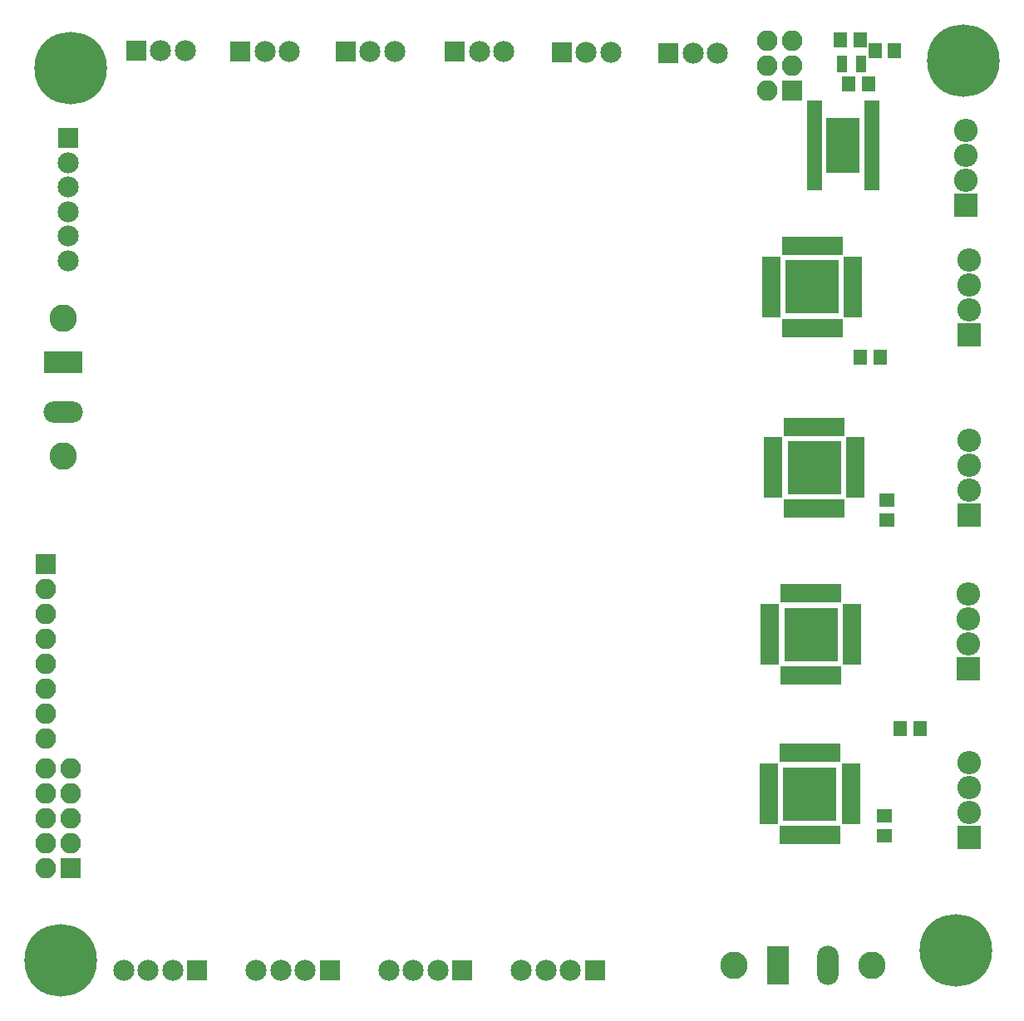
<source format=gbr>
%TF.GenerationSoftware,KiCad,Pcbnew,(5.0.0)*%
%TF.CreationDate,2018-08-10T17:36:29+10:00*%
%TF.ProjectId,MotorDriver,4D6F746F724472697665722E6B696361,rev?*%
%TF.SameCoordinates,Original*%
%TF.FileFunction,Soldermask,Bot*%
%TF.FilePolarity,Negative*%
%FSLAX46Y46*%
G04 Gerber Fmt 4.6, Leading zero omitted, Abs format (unit mm)*
G04 Created by KiCad (PCBNEW (5.0.0)) date 08/10/18 17:36:29*
%MOMM*%
%LPD*%
G01*
G04 APERTURE LIST*
%ADD10R,2.150000X2.150000*%
%ADD11C,2.150000*%
%ADD12R,1.600000X0.800000*%
%ADD13R,3.500000X5.580000*%
%ADD14R,5.400000X5.400000*%
%ADD15R,0.650000X1.850000*%
%ADD16R,1.850000X0.650000*%
%ADD17O,2.398980X2.398980*%
%ADD18R,2.398980X2.398980*%
%ADD19R,1.650000X1.400000*%
%ADD20R,4.000000X2.200000*%
%ADD21O,4.000000X2.200000*%
%ADD22C,2.800000*%
%ADD23R,1.400000X1.650000*%
%ADD24O,2.100000X2.100000*%
%ADD25R,2.100000X2.100000*%
%ADD26O,2.200000X4.000000*%
%ADD27R,2.200000X4.000000*%
%ADD28R,1.100000X1.700000*%
%ADD29C,7.400000*%
G04 APERTURE END LIST*
D10*
X172466000Y-32860000D03*
D11*
X174966000Y-32860000D03*
X177466000Y-32860000D03*
X188370000Y-32950000D03*
X185870000Y-32950000D03*
D10*
X183370000Y-32950000D03*
D12*
X214940000Y-38185000D03*
X214940000Y-38835000D03*
X214940000Y-39485000D03*
X214940000Y-40135000D03*
X214940000Y-40785000D03*
X214940000Y-41435000D03*
X214940000Y-42085000D03*
X214940000Y-42735000D03*
X214940000Y-43385000D03*
X214940000Y-44035000D03*
X214940000Y-44685000D03*
X214940000Y-45335000D03*
X214940000Y-45985000D03*
X214940000Y-46635000D03*
X209140000Y-46635000D03*
X209140000Y-45985000D03*
X209140000Y-45335000D03*
X209140000Y-44685000D03*
X209140000Y-44035000D03*
X209140000Y-43385000D03*
X209140000Y-42735000D03*
X209140000Y-42085000D03*
X209140000Y-41435000D03*
X209140000Y-40785000D03*
X209140000Y-40135000D03*
X209140000Y-39485000D03*
X209140000Y-38835000D03*
X209140000Y-38185000D03*
D13*
X212040000Y-42410000D03*
D14*
X208635600Y-108508800D03*
D15*
X205885600Y-112683800D03*
X206385600Y-112683800D03*
X206885600Y-112683800D03*
X207385600Y-112683800D03*
X207885600Y-112683800D03*
X208385600Y-112683800D03*
X208885600Y-112683800D03*
X209385600Y-112683800D03*
X209885600Y-112683800D03*
X210385600Y-112683800D03*
X210885600Y-112683800D03*
X211385600Y-112683800D03*
D16*
X212810600Y-111258800D03*
X212810600Y-110758800D03*
X212810600Y-110258800D03*
X212810600Y-109758800D03*
X212810600Y-109258800D03*
X212810600Y-108758800D03*
X212810600Y-108258800D03*
X212810600Y-107758800D03*
X212810600Y-107258800D03*
X212810600Y-106758800D03*
X212810600Y-106258800D03*
X212810600Y-105758800D03*
D15*
X211385600Y-104333800D03*
X210885600Y-104333800D03*
X210385600Y-104333800D03*
X209885600Y-104333800D03*
X209385600Y-104333800D03*
X208885600Y-104333800D03*
X208385600Y-104333800D03*
X207885600Y-104333800D03*
X207385600Y-104333800D03*
X206885600Y-104333800D03*
X206385600Y-104333800D03*
X205885600Y-104333800D03*
D16*
X204460600Y-105758800D03*
X204460600Y-106258800D03*
X204460600Y-106758800D03*
X204460600Y-107258800D03*
X204460600Y-107758800D03*
X204460600Y-108258800D03*
X204460600Y-108758800D03*
X204460600Y-109258800D03*
X204460600Y-109758800D03*
X204460600Y-110258800D03*
X204460600Y-110758800D03*
X204460600Y-111258800D03*
D17*
X224891600Y-107899200D03*
X224891600Y-110439200D03*
D18*
X224891600Y-112979200D03*
D17*
X224891600Y-105359200D03*
D19*
X216250000Y-110750000D03*
X216250000Y-112750000D03*
D20*
X132588000Y-64516000D03*
D21*
X132588000Y-69596000D03*
D22*
X132588000Y-60016000D03*
X132588000Y-74096000D03*
D14*
X208750000Y-92250000D03*
D15*
X206000000Y-96425000D03*
X206500000Y-96425000D03*
X207000000Y-96425000D03*
X207500000Y-96425000D03*
X208000000Y-96425000D03*
X208500000Y-96425000D03*
X209000000Y-96425000D03*
X209500000Y-96425000D03*
X210000000Y-96425000D03*
X210500000Y-96425000D03*
X211000000Y-96425000D03*
X211500000Y-96425000D03*
D16*
X212925000Y-95000000D03*
X212925000Y-94500000D03*
X212925000Y-94000000D03*
X212925000Y-93500000D03*
X212925000Y-93000000D03*
X212925000Y-92500000D03*
X212925000Y-92000000D03*
X212925000Y-91500000D03*
X212925000Y-91000000D03*
X212925000Y-90500000D03*
X212925000Y-90000000D03*
X212925000Y-89500000D03*
D15*
X211500000Y-88075000D03*
X211000000Y-88075000D03*
X210500000Y-88075000D03*
X210000000Y-88075000D03*
X209500000Y-88075000D03*
X209000000Y-88075000D03*
X208500000Y-88075000D03*
X208000000Y-88075000D03*
X207500000Y-88075000D03*
X207000000Y-88075000D03*
X206500000Y-88075000D03*
X206000000Y-88075000D03*
D16*
X204575000Y-89500000D03*
X204575000Y-90000000D03*
X204575000Y-90500000D03*
X204575000Y-91000000D03*
X204575000Y-91500000D03*
X204575000Y-92000000D03*
X204575000Y-92500000D03*
X204575000Y-93000000D03*
X204575000Y-93500000D03*
X204575000Y-94000000D03*
X204575000Y-94500000D03*
X204575000Y-95000000D03*
D17*
X224750000Y-88130000D03*
D18*
X224750000Y-95750000D03*
D17*
X224750000Y-93210000D03*
X224750000Y-90670000D03*
D23*
X219884500Y-101854000D03*
X217884500Y-101854000D03*
D19*
X216471500Y-78565500D03*
X216471500Y-80565500D03*
D23*
X214590000Y-36180000D03*
X212590000Y-36180000D03*
X217281000Y-32740000D03*
X215281000Y-32740000D03*
X213750000Y-31660000D03*
X211750000Y-31660000D03*
X215820500Y-64008000D03*
X213820500Y-64008000D03*
D16*
X204925000Y-78000000D03*
X204925000Y-77500000D03*
X204925000Y-77000000D03*
X204925000Y-76500000D03*
X204925000Y-76000000D03*
X204925000Y-75500000D03*
X204925000Y-75000000D03*
X204925000Y-74500000D03*
X204925000Y-74000000D03*
X204925000Y-73500000D03*
X204925000Y-73000000D03*
X204925000Y-72500000D03*
D15*
X206350000Y-71075000D03*
X206850000Y-71075000D03*
X207350000Y-71075000D03*
X207850000Y-71075000D03*
X208350000Y-71075000D03*
X208850000Y-71075000D03*
X209350000Y-71075000D03*
X209850000Y-71075000D03*
X210350000Y-71075000D03*
X210850000Y-71075000D03*
X211350000Y-71075000D03*
X211850000Y-71075000D03*
D16*
X213275000Y-72500000D03*
X213275000Y-73000000D03*
X213275000Y-73500000D03*
X213275000Y-74000000D03*
X213275000Y-74500000D03*
X213275000Y-75000000D03*
X213275000Y-75500000D03*
X213275000Y-76000000D03*
X213275000Y-76500000D03*
X213275000Y-77000000D03*
X213275000Y-77500000D03*
X213275000Y-78000000D03*
D15*
X211850000Y-79425000D03*
X211350000Y-79425000D03*
X210850000Y-79425000D03*
X210350000Y-79425000D03*
X209850000Y-79425000D03*
X209350000Y-79425000D03*
X208850000Y-79425000D03*
X208350000Y-79425000D03*
X207850000Y-79425000D03*
X207350000Y-79425000D03*
X206850000Y-79425000D03*
X206350000Y-79425000D03*
D14*
X209100000Y-75250000D03*
D16*
X204700000Y-59575000D03*
X204700000Y-59075000D03*
X204700000Y-58575000D03*
X204700000Y-58075000D03*
X204700000Y-57575000D03*
X204700000Y-57075000D03*
X204700000Y-56575000D03*
X204700000Y-56075000D03*
X204700000Y-55575000D03*
X204700000Y-55075000D03*
X204700000Y-54575000D03*
X204700000Y-54075000D03*
D15*
X206125000Y-52650000D03*
X206625000Y-52650000D03*
X207125000Y-52650000D03*
X207625000Y-52650000D03*
X208125000Y-52650000D03*
X208625000Y-52650000D03*
X209125000Y-52650000D03*
X209625000Y-52650000D03*
X210125000Y-52650000D03*
X210625000Y-52650000D03*
X211125000Y-52650000D03*
X211625000Y-52650000D03*
D16*
X213050000Y-54075000D03*
X213050000Y-54575000D03*
X213050000Y-55075000D03*
X213050000Y-55575000D03*
X213050000Y-56075000D03*
X213050000Y-56575000D03*
X213050000Y-57075000D03*
X213050000Y-57575000D03*
X213050000Y-58075000D03*
X213050000Y-58575000D03*
X213050000Y-59075000D03*
X213050000Y-59575000D03*
D15*
X211625000Y-61000000D03*
X211125000Y-61000000D03*
X210625000Y-61000000D03*
X210125000Y-61000000D03*
X209625000Y-61000000D03*
X209125000Y-61000000D03*
X208625000Y-61000000D03*
X208125000Y-61000000D03*
X207625000Y-61000000D03*
X207125000Y-61000000D03*
X206625000Y-61000000D03*
X206125000Y-61000000D03*
D14*
X208875000Y-56825000D03*
D17*
X224891600Y-72440800D03*
D18*
X224891600Y-80060800D03*
D17*
X224891600Y-77520800D03*
X224891600Y-74980800D03*
D24*
X204280000Y-31770000D03*
X206820000Y-31770000D03*
X204280000Y-34310000D03*
X206820000Y-34310000D03*
X204280000Y-36850000D03*
D25*
X206820000Y-36850000D03*
D17*
X224536000Y-43434000D03*
X224536000Y-45974000D03*
D18*
X224536000Y-48514000D03*
D17*
X224536000Y-40894000D03*
D24*
X130810000Y-102870000D03*
X130810000Y-100330000D03*
X130810000Y-97790000D03*
X130810000Y-95250000D03*
X130810000Y-92710000D03*
X130810000Y-90170000D03*
X130810000Y-87630000D03*
D25*
X130810000Y-85090000D03*
D17*
X224900000Y-56645000D03*
X224900000Y-59185000D03*
D18*
X224900000Y-61725000D03*
D17*
X224900000Y-54105000D03*
D22*
X214980000Y-126000000D03*
X200900000Y-126000000D03*
D26*
X210480000Y-126000000D03*
D27*
X205400000Y-126000000D03*
D10*
X194259200Y-33020000D03*
D11*
X196759200Y-33020000D03*
X199259200Y-33020000D03*
X166340800Y-32816800D03*
X163840800Y-32816800D03*
D10*
X161340800Y-32816800D03*
X150622000Y-32816800D03*
D11*
X153122000Y-32816800D03*
X155622000Y-32816800D03*
X144994000Y-32766000D03*
X142494000Y-32766000D03*
D10*
X139994000Y-32766000D03*
D28*
X211940000Y-34080000D03*
X213840000Y-34080000D03*
D10*
X159750000Y-126450000D03*
D11*
X157250000Y-126450000D03*
X154750000Y-126450000D03*
X152250000Y-126450000D03*
D10*
X173250000Y-126450000D03*
D11*
X170750000Y-126450000D03*
X168250000Y-126450000D03*
X165750000Y-126450000D03*
X179250000Y-126450000D03*
X181750000Y-126450000D03*
X184250000Y-126450000D03*
D10*
X186750000Y-126450000D03*
D11*
X138750000Y-126450000D03*
X141250000Y-126450000D03*
X143750000Y-126450000D03*
D10*
X146250000Y-126450000D03*
D11*
X133096000Y-54156000D03*
X133096000Y-51656000D03*
X133096000Y-49156000D03*
X133096000Y-46656000D03*
X133096000Y-44156000D03*
D10*
X133096000Y-41656000D03*
D24*
X130810000Y-105918000D03*
X133350000Y-105918000D03*
X130810000Y-108458000D03*
X133350000Y-108458000D03*
X130810000Y-110998000D03*
X133350000Y-110998000D03*
X130810000Y-113538000D03*
X133350000Y-113538000D03*
X130810000Y-116078000D03*
D25*
X133350000Y-116078000D03*
D29*
X223520000Y-124460000D03*
X224282000Y-33782000D03*
X132334000Y-125476000D03*
X133350000Y-34544000D03*
M02*

</source>
